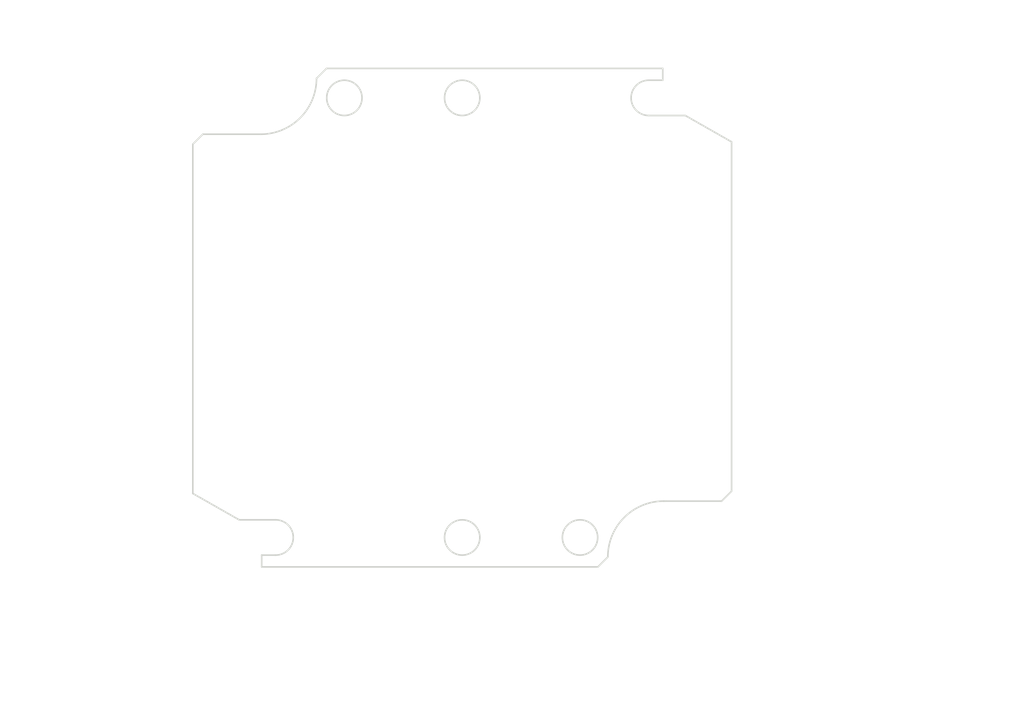
<source format=kicad_pcb>
(kicad_pcb (version 20171130) (host pcbnew "(5.1.0)-1")

  (general
    (thickness 1.6)
    (drawings 107)
    (tracks 0)
    (zones 0)
    (modules 0)
    (nets 1)
  )

  (page A4)
  (layers
    (0 F.Cu signal)
    (31 B.Cu signal)
    (32 B.Adhes user)
    (33 F.Adhes user)
    (34 B.Paste user)
    (35 F.Paste user)
    (36 B.SilkS user)
    (37 F.SilkS user)
    (38 B.Mask user)
    (39 F.Mask user)
    (40 Dwgs.User user)
    (41 Cmts.User user)
    (42 Eco1.User user)
    (43 Eco2.User user)
    (44 Edge.Cuts user)
    (45 Margin user)
    (46 B.CrtYd user)
    (47 F.CrtYd user)
    (48 B.Fab user)
    (49 F.Fab user)
  )

  (setup
    (last_trace_width 0.25)
    (trace_clearance 0.2)
    (zone_clearance 0.508)
    (zone_45_only no)
    (trace_min 0.2)
    (via_size 0.8)
    (via_drill 0.4)
    (via_min_size 0.4)
    (via_min_drill 0.3)
    (uvia_size 0.3)
    (uvia_drill 0.1)
    (uvias_allowed no)
    (uvia_min_size 0.2)
    (uvia_min_drill 0.1)
    (edge_width 0.05)
    (segment_width 0.2)
    (pcb_text_width 0.3)
    (pcb_text_size 1.5 1.5)
    (mod_edge_width 0.12)
    (mod_text_size 1 1)
    (mod_text_width 0.15)
    (pad_size 1.524 1.524)
    (pad_drill 0.762)
    (pad_to_mask_clearance 0.051)
    (solder_mask_min_width 0.25)
    (aux_axis_origin 0 0)
    (visible_elements FFFFFF7F)
    (pcbplotparams
      (layerselection 0x010fc_ffffffff)
      (usegerberextensions false)
      (usegerberattributes false)
      (usegerberadvancedattributes false)
      (creategerberjobfile false)
      (excludeedgelayer true)
      (linewidth 0.152400)
      (plotframeref false)
      (viasonmask false)
      (mode 1)
      (useauxorigin false)
      (hpglpennumber 1)
      (hpglpenspeed 20)
      (hpglpendiameter 15.000000)
      (psnegative false)
      (psa4output false)
      (plotreference true)
      (plotvalue true)
      (plotinvisibletext false)
      (padsonsilk false)
      (subtractmaskfromsilk false)
      (outputformat 1)
      (mirror false)
      (drillshape 1)
      (scaleselection 1)
      (outputdirectory ""))
  )

  (net 0 "")

  (net_class Default "This is the default net class."
    (clearance 0.2)
    (trace_width 0.25)
    (via_dia 0.8)
    (via_drill 0.4)
    (uvia_dia 0.3)
    (uvia_drill 0.1)
  )

  (gr_line (start 130.606441 83.21252) (end 123.240441 83.21252) (layer Edge.Cuts) (width 0.2))
  (gr_arc (start 130.606441 76.10052) (end 130.606441 83.21252) (angle -90) (layer Edge.Cuts) (width 0.2))
  (gr_line (start 181.787441 76.33262) (end 181.787441 74.83052) (layer Edge.Cuts) (width 0.2))
  (gr_line (start 180.010441 76.33262) (end 181.787441 76.33262) (layer Edge.Cuts) (width 0.2))
  (gr_line (start 184.657954 80.82842) (end 180.010441 80.82842) (layer Edge.Cuts) (width 0.2))
  (gr_line (start 190.550441 84.184173) (end 184.657954 80.82842) (layer Edge.Cuts) (width 0.2))
  (gr_line (start 130.733441 136.82842) (end 130.733441 138.33052) (layer Edge.Cuts) (width 0.2))
  (gr_line (start 132.510441 136.82842) (end 130.733441 136.82842) (layer Edge.Cuts) (width 0.2))
  (gr_arc (start 132.510441 134.58052) (end 132.510441 136.82842) (angle -180) (layer Edge.Cuts) (width 0.2))
  (gr_line (start 127.862929 132.33262) (end 132.510441 132.33262) (layer Edge.Cuts) (width 0.2))
  (gr_line (start 121.970441 128.976867) (end 127.862929 132.33262) (layer Edge.Cuts) (width 0.2))
  (gr_line (start 181.914441 129.94852) (end 189.280441 129.94852) (layer Edge.Cuts) (width 0.2))
  (gr_arc (start 181.914441 137.06052) (end 181.914441 129.94852) (angle -90) (layer Edge.Cuts) (width 0.2))
  (gr_circle (center 156.260441 134.58052) (end 158.508341 134.58052) (layer Edge.Cuts) (width 0.2))
  (gr_circle (center 171.260441 134.58052) (end 173.508341 134.58052) (layer Edge.Cuts) (width 0.2))
  (gr_arc (start 180.010441 78.58052) (end 180.010441 76.33262) (angle -180) (layer Edge.Cuts) (width 0.2))
  (gr_circle (center 141.260441 78.58052) (end 143.508341 78.58052) (layer Edge.Cuts) (width 0.2))
  (gr_circle (center 156.260441 78.58052) (end 158.508341 78.58052) (layer Edge.Cuts) (width 0.2))
  (gr_line (start 121.970441 84.48252) (end 121.970441 128.976867) (layer Edge.Cuts) (width 0.2))
  (gr_line (start 181.787441 74.83052) (end 138.988441 74.83052) (layer Edge.Cuts) (width 0.2))
  (gr_line (start 190.550441 128.67852) (end 190.550441 84.184173) (layer Edge.Cuts) (width 0.2))
  (gr_line (start 130.733441 138.33052) (end 173.532441 138.33052) (layer Edge.Cuts) (width 0.2))
  (gr_line (start 121.970441 84.48252) (end 123.240441 83.21252) (layer Edge.Cuts) (width 0.2))
  (gr_line (start 137.718441 76.10052) (end 138.988441 74.83052) (layer Edge.Cuts) (width 0.2))
  (gr_line (start 190.550441 128.67852) (end 189.280441 129.94852) (layer Edge.Cuts) (width 0.2))
  (gr_line (start 174.802441 137.06052) (end 173.532441 138.33052) (layer Edge.Cuts) (width 0.2))
  (gr_text [.35] (at 137.210423 149.527969) (layer Dwgs.User)
    (effects (font (size 2 1.8) (thickness 0.25)))
  )
  (gr_text " 8.76" (at 137.210423 145.625104) (layer Dwgs.User)
    (effects (font (size 2 1.8) (thickness 0.25)))
  )
  (gr_line (start 130.733441 147.44625) (end 133.367449 147.44625) (layer Dwgs.User) (width 0.2))
  (gr_line (start 123.970441 147.44625) (end 128.733441 147.44625) (layer Dwgs.User) (width 0.2))
  (gr_line (start 121.970441 129.976867) (end 121.970441 150.62125) (layer Dwgs.User) (width 0.2))
  (gr_line (start 130.733441 139.33052) (end 130.733441 150.62125) (layer Dwgs.User) (width 0.2))
  (gr_text [.24] (at 112.148643 149.014983) (layer Dwgs.User)
    (effects (font (size 2 1.8) (thickness 0.25)))
  )
  (gr_text " 6.00" (at 112.148643 145.112118) (layer Dwgs.User)
    (effects (font (size 2 1.8) (thickness 0.25)))
  )
  (gr_line (start 117.988889 146.933264) (end 115.988889 146.933264) (layer Dwgs.User) (width 0.2))
  (gr_line (start 117.988889 140.33052) (end 117.988889 146.933264) (layer Dwgs.User) (width 0.2))
  (gr_line (start 117.988889 130.33262) (end 117.988889 128.33262) (layer Dwgs.User) (width 0.2))
  (gr_line (start 126.862929 132.33262) (end 114.813889 132.33262) (layer Dwgs.User) (width 0.2))
  (gr_line (start 129.733441 138.33052) (end 114.813889 138.33052) (layer Dwgs.User) (width 0.2))
  (gr_text "1.27 X 45.0° Chamfer" (at 197.053239 133.73862) (layer Dwgs.User)
    (effects (font (size 2 1.8) (thickness 0.25)) (justify left bottom))
  )
  (gr_line (start 193.434838 132.704321) (end 195.934838 132.704321) (layer Dwgs.User) (width 0.2))
  (gr_line (start 191.715794 131.048089) (end 193.434838 132.704321) (layer Dwgs.User) (width 0.2))
  (gr_line (start 191.36888 131.40816) (end 192.062708 130.688019) (layer Dwgs.User) (width 0.2))
  (gr_line (start 189.915441 129.31352) (end 191.36888 131.40816) (layer Dwgs.User) (width 0.2))
  (gr_line (start 192.062708 130.688019) (end 189.915441 129.31352) (layer Dwgs.User) (width 0.2))
  (gr_line (start 191.368885 131.408158) (end 192.062702 130.688019) (layer Dwgs.User) (width 0.2))
  (gr_line (start 189.915447 129.313517) (end 191.368885 131.408158) (layer Dwgs.User) (width 0.2))
  (gr_line (start 192.062702 130.688019) (end 189.915447 129.313517) (layer Dwgs.User) (width 0.2))
  (gr_line (start 191.715794 131.048089) (end 189.915441 129.31352) (layer Dwgs.User) (width 0.2))
  (gr_text [R0.28] (at 189.038492 139.151759) (layer Dwgs.User)
    (effects (font (size 2 1.8) (thickness 0.25)))
  )
  (gr_text " R7.11" (at 189.038492 135.265947) (layer Dwgs.User)
    (effects (font (size 2 1.8) (thickness 0.25)))
  )
  (gr_line (start 181.919938 137.07004) (end 179.358441 132.633398) (layer Dwgs.User) (width 0.2))
  (gr_line (start 183.919938 137.07004) (end 181.919938 137.07004) (layer Dwgs.User) (width 0.2))
  (gr_text [.23] (at 199.027423 75.767282) (layer Dwgs.User)
    (effects (font (size 2 1.8) (thickness 0.25)))
  )
  (gr_text " 5.89" (at 199.027423 71.864417) (layer Dwgs.User)
    (effects (font (size 2 1.8) (thickness 0.25)))
  )
  (gr_line (start 192.550441 73.685563) (end 195.181721 73.685563) (layer Dwgs.User) (width 0.2))
  (gr_line (start 182.657954 73.685563) (end 180.657954 73.685563) (layer Dwgs.User) (width 0.2))
  (gr_line (start 184.657954 79.82842) (end 184.657954 70.510563) (layer Dwgs.User) (width 0.2))
  (gr_line (start 190.550441 83.184173) (end 190.550441 70.510563) (layer Dwgs.User) (width 0.2))
  (gr_text [.13] (at 199.043546 92.471181) (layer Dwgs.User)
    (effects (font (size 2 1.8) (thickness 0.25)))
  )
  (gr_text " 3.36" (at 199.043546 88.567634) (layer Dwgs.User)
    (effects (font (size 2 1.8) (thickness 0.25)))
  )
  (gr_line (start 204.886521 90.389463) (end 202.886521 90.389463) (layer Dwgs.User) (width 0.2))
  (gr_line (start 204.886521 86.184173) (end 204.886521 90.389463) (layer Dwgs.User) (width 0.2))
  (gr_line (start 204.886521 78.82842) (end 204.886521 76.82842) (layer Dwgs.User) (width 0.2))
  (gr_line (start 191.550441 84.184173) (end 208.061521 84.184173) (layer Dwgs.User) (width 0.2))
  (gr_line (start 185.657954 80.82842) (end 208.061521 80.82842) (layer Dwgs.User) (width 0.2))
  (gr_line (start 141.260441 78.67052) (end 141.260441 78.49052) (layer Dwgs.User) (width 0.2))
  (gr_line (start 141.170441 78.58052) (end 141.350441 78.58052) (layer Dwgs.User) (width 0.2))
  (gr_text " ∅4.50\n[∅0.18]" (at 130.350417 69.543084) (layer Dwgs.User)
    (effects (font (size 2 1.8) (thickness 0.25)))
  )
  (gr_line (start 137.546733 69.543084) (end 139.645876 74.651419) (layer Dwgs.User) (width 0.2))
  (gr_line (start 135.546733 69.543084) (end 137.546733 69.543084) (layer Dwgs.User) (width 0.2))
  (gr_text [.94] (at 168.135441 71.624803) (layer Dwgs.User)
    (effects (font (size 2 1.8) (thickness 0.25)))
  )
  (gr_text " 23.75" (at 168.135441 67.721256) (layer Dwgs.User)
    (effects (font (size 2 1.8) (thickness 0.25)))
  )
  (gr_line (start 178.010441 69.543084) (end 172.763545 69.543084) (layer Dwgs.User) (width 0.2))
  (gr_line (start 158.260441 69.543084) (end 163.507338 69.543084) (layer Dwgs.User) (width 0.2))
  (gr_line (start 180.010441 77.58052) (end 180.010441 66.368084) (layer Dwgs.User) (width 0.2))
  (gr_line (start 156.260441 77.58052) (end 156.260441 66.368084) (layer Dwgs.User) (width 0.2))
  (gr_text [.59] (at 148.760441 71.624803) (layer Dwgs.User)
    (effects (font (size 2 1.8) (thickness 0.25)))
  )
  (gr_text " 15.00" (at 148.760441 67.721938) (layer Dwgs.User)
    (effects (font (size 2 1.8) (thickness 0.25)))
  )
  (gr_line (start 154.260441 69.543084) (end 153.377631 69.543084) (layer Dwgs.User) (width 0.2))
  (gr_line (start 143.260441 69.543084) (end 144.143252 69.543084) (layer Dwgs.User) (width 0.2))
  (gr_line (start 156.260441 77.58052) (end 156.260441 66.368084) (layer Dwgs.User) (width 0.2))
  (gr_line (start 141.260441 77.58052) (end 141.260441 66.368084) (layer Dwgs.User) (width 0.2))
  (gr_text [1.73] (at 152.767941 144.587127) (layer Dwgs.User)
    (effects (font (size 2 1.8) (thickness 0.25)))
  )
  (gr_text " 44.07" (at 152.767941 140.684262) (layer Dwgs.User)
    (effects (font (size 2 1.8) (thickness 0.25)))
  )
  (gr_line (start 132.733441 142.505408) (end 148.147341 142.505408) (layer Dwgs.User) (width 0.2))
  (gr_line (start 172.802441 142.505408) (end 157.388542 142.505408) (layer Dwgs.User) (width 0.2))
  (gr_line (start 130.733441 139.33052) (end 130.733441 145.680408) (layer Dwgs.User) (width 0.2))
  (gr_line (start 174.802441 138.06052) (end 174.802441 145.680408) (layer Dwgs.User) (width 0.2))
  (gr_text [2.70] (at 156.260441 154.559181) (layer Dwgs.User)
    (effects (font (size 2 1.8) (thickness 0.25)))
  )
  (gr_text " 68.58" (at 156.260441 150.656316) (layer Dwgs.User)
    (effects (font (size 2 1.8) (thickness 0.25)))
  )
  (gr_line (start 188.550441 152.477462) (end 160.883088 152.477462) (layer Dwgs.User) (width 0.2))
  (gr_line (start 123.970441 152.477462) (end 151.637795 152.477462) (layer Dwgs.User) (width 0.2))
  (gr_line (start 190.550441 129.67852) (end 190.550441 155.652462) (layer Dwgs.User) (width 0.2))
  (gr_line (start 121.970441 129.976867) (end 121.970441 155.652462) (layer Dwgs.User) (width 0.2))
  (gr_text [1.93] (at 112.148643 109.854289) (layer Dwgs.User)
    (effects (font (size 2 1.8) (thickness 0.25)))
  )
  (gr_text " 49.12" (at 112.148643 105.951424) (layer Dwgs.User)
    (effects (font (size 2 1.8) (thickness 0.25)))
  )
  (gr_line (start 112.148643 130.33262) (end 112.148643 111.675435) (layer Dwgs.User) (width 0.2))
  (gr_line (start 112.148643 85.21252) (end 112.148643 103.869705) (layer Dwgs.User) (width 0.2))
  (gr_line (start 126.862929 132.33262) (end 108.973643 132.33262) (layer Dwgs.User) (width 0.2))
  (gr_line (start 122.240441 83.21252) (end 108.973643 83.21252) (layer Dwgs.User) (width 0.2))
  (gr_text [2.50] (at 102.162013 108.662239) (layer Dwgs.User)
    (effects (font (size 2 1.8) (thickness 0.25)))
  )
  (gr_text " 63.50" (at 102.162013 104.758692) (layer Dwgs.User)
    (effects (font (size 2 1.8) (thickness 0.25)))
  )
  (gr_line (start 102.162013 136.33052) (end 102.162013 110.484067) (layer Dwgs.User) (width 0.2))
  (gr_line (start 102.162013 76.83052) (end 102.162013 102.676973) (layer Dwgs.User) (width 0.2))
  (gr_line (start 129.733441 138.33052) (end 98.987013 138.33052) (layer Dwgs.User) (width 0.2))
  (gr_line (start 137.988441 74.83052) (end 98.987013 74.83052) (layer Dwgs.User) (width 0.2))

)

</source>
